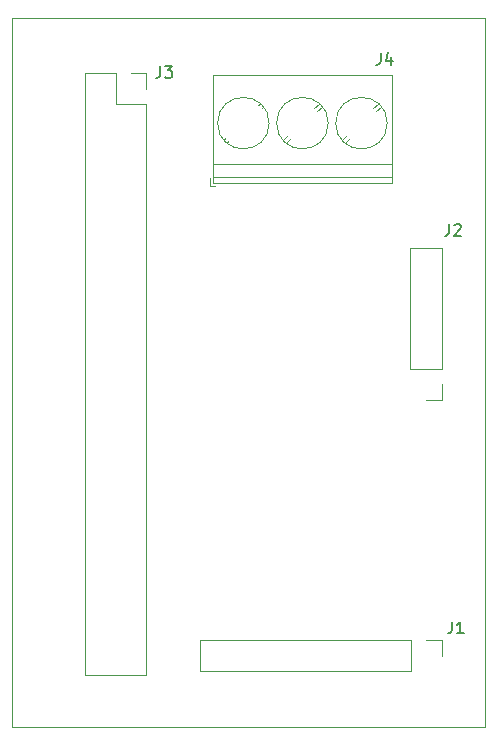
<source format=gbr>
%TF.GenerationSoftware,KiCad,Pcbnew,(6.0.9-0)*%
%TF.CreationDate,2022-11-14T23:33:26+01:00*%
%TF.ProjectId,RaspberryShield,52617370-6265-4727-9279-536869656c64,rev?*%
%TF.SameCoordinates,Original*%
%TF.FileFunction,Legend,Top*%
%TF.FilePolarity,Positive*%
%FSLAX46Y46*%
G04 Gerber Fmt 4.6, Leading zero omitted, Abs format (unit mm)*
G04 Created by KiCad (PCBNEW (6.0.9-0)) date 2022-11-14 23:33:26*
%MOMM*%
%LPD*%
G01*
G04 APERTURE LIST*
%TA.AperFunction,Profile*%
%ADD10C,0.100000*%
%TD*%
%ADD11C,0.150000*%
%ADD12C,0.120000*%
G04 APERTURE END LIST*
D10*
X150000000Y-69000000D02*
X190000000Y-69000000D01*
X190000000Y-69000000D02*
X190000000Y-129000000D01*
X190000000Y-129000000D02*
X150000000Y-129000000D01*
X150000000Y-129000000D02*
X150000000Y-69000000D01*
D11*
%TO.C,J3*%
X162516666Y-73052380D02*
X162516666Y-73766666D01*
X162469047Y-73909523D01*
X162373809Y-74004761D01*
X162230952Y-74052380D01*
X162135714Y-74052380D01*
X162897619Y-73052380D02*
X163516666Y-73052380D01*
X163183333Y-73433333D01*
X163326190Y-73433333D01*
X163421428Y-73480952D01*
X163469047Y-73528571D01*
X163516666Y-73623809D01*
X163516666Y-73861904D01*
X163469047Y-73957142D01*
X163421428Y-74004761D01*
X163326190Y-74052380D01*
X163040476Y-74052380D01*
X162945238Y-74004761D01*
X162897619Y-73957142D01*
%TO.C,J4*%
X181166666Y-71952380D02*
X181166666Y-72666666D01*
X181119047Y-72809523D01*
X181023809Y-72904761D01*
X180880952Y-72952380D01*
X180785714Y-72952380D01*
X182071428Y-72285714D02*
X182071428Y-72952380D01*
X181833333Y-71904761D02*
X181595238Y-72619047D01*
X182214285Y-72619047D01*
%TO.C,J1*%
X187216666Y-120102380D02*
X187216666Y-120816666D01*
X187169047Y-120959523D01*
X187073809Y-121054761D01*
X186930952Y-121102380D01*
X186835714Y-121102380D01*
X188216666Y-121102380D02*
X187645238Y-121102380D01*
X187930952Y-121102380D02*
X187930952Y-120102380D01*
X187835714Y-120245238D01*
X187740476Y-120340476D01*
X187645238Y-120388095D01*
%TO.C,J2*%
X186966666Y-86452380D02*
X186966666Y-87166666D01*
X186919047Y-87309523D01*
X186823809Y-87404761D01*
X186680952Y-87452380D01*
X186585714Y-87452380D01*
X187395238Y-86547619D02*
X187442857Y-86500000D01*
X187538095Y-86452380D01*
X187776190Y-86452380D01*
X187871428Y-86500000D01*
X187919047Y-86547619D01*
X187966666Y-86642857D01*
X187966666Y-86738095D01*
X187919047Y-86880952D01*
X187347619Y-87452380D01*
X187966666Y-87452380D01*
D12*
%TO.C,J3*%
X160000000Y-73670000D02*
X161330000Y-73670000D01*
X158730000Y-73670000D02*
X158730000Y-76270000D01*
X158730000Y-76270000D02*
X161330000Y-76270000D01*
X156130000Y-124590000D02*
X161330000Y-124590000D01*
X156130000Y-73670000D02*
X158730000Y-73670000D01*
X161330000Y-76270000D02*
X161330000Y-124590000D01*
X156130000Y-73670000D02*
X156130000Y-124590000D01*
X161330000Y-73670000D02*
X161330000Y-75000000D01*
%TO.C,J4*%
X178543000Y-79174000D02*
X178163000Y-79554000D01*
X180938000Y-76246000D02*
X180558000Y-76626000D01*
X166990000Y-73840000D02*
X166990000Y-82960000D01*
X176204000Y-76512000D02*
X175809000Y-76908000D01*
X181204000Y-76512000D02*
X180809000Y-76908000D01*
X175938000Y-76246000D02*
X175558000Y-76626000D01*
X166990000Y-81400000D02*
X182110000Y-81400000D01*
X170938000Y-76246000D02*
X170831000Y-76353000D01*
X173292000Y-78892000D02*
X172897000Y-79288000D01*
X173543000Y-79174000D02*
X173163000Y-79554000D01*
X168268000Y-79447000D02*
X168162000Y-79554000D01*
X166750000Y-82560000D02*
X166750000Y-83200000D01*
X166990000Y-73840000D02*
X182110000Y-73840000D01*
X171204000Y-76512000D02*
X171097000Y-76619000D01*
X182110000Y-73840000D02*
X182110000Y-82960000D01*
X166990000Y-82960000D02*
X182110000Y-82960000D01*
X168002000Y-79181000D02*
X167896000Y-79288000D01*
X166750000Y-83200000D02*
X167150000Y-83200000D01*
X178292000Y-78892000D02*
X177897000Y-79288000D01*
X166990000Y-82500000D02*
X182110000Y-82500000D01*
X171730000Y-77900000D02*
G75*
G03*
X171730000Y-77900000I-2180000J0D01*
G01*
X181730000Y-77900000D02*
G75*
G03*
X181730000Y-77900000I-2180000J0D01*
G01*
X176730000Y-77900000D02*
G75*
G03*
X176730000Y-77900000I-2180000J0D01*
G01*
%TO.C,J1*%
X183730000Y-121670000D02*
X183730000Y-124330000D01*
X183730000Y-124330000D02*
X165890000Y-124330000D01*
X185000000Y-121670000D02*
X186330000Y-121670000D01*
X183730000Y-121670000D02*
X165890000Y-121670000D01*
X186330000Y-121670000D02*
X186330000Y-123000000D01*
X165890000Y-121670000D02*
X165890000Y-124330000D01*
%TO.C,J2*%
X186330000Y-101330000D02*
X185000000Y-101330000D01*
X183670000Y-98730000D02*
X183670000Y-88510000D01*
X186330000Y-98730000D02*
X186330000Y-88510000D01*
X186330000Y-100000000D02*
X186330000Y-101330000D01*
X186330000Y-98730000D02*
X183670000Y-98730000D01*
X186330000Y-88510000D02*
X183670000Y-88510000D01*
%TD*%
M02*

</source>
